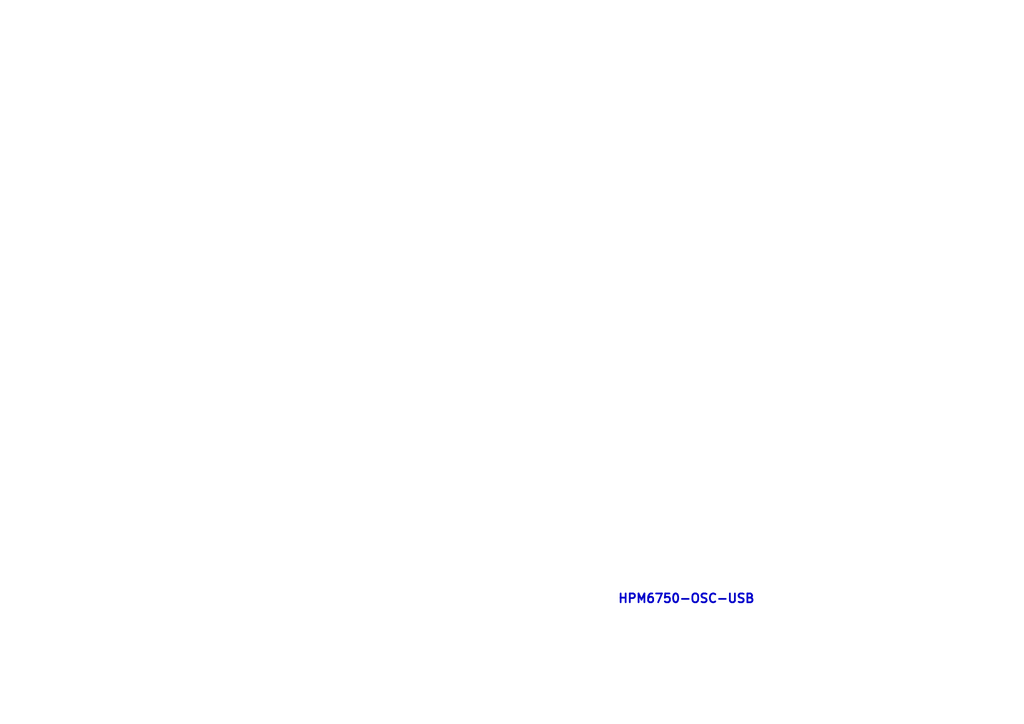
<source format=kicad_sch>
(kicad_sch (version 20230121) (generator eeschema)
  (paper "A4")
  (title_block (title "HPM6750 ADC EVK") (date "2023-5-25") (rev "A"))
  (lib_symbols)
  (text "HPM6750-OSC-USB" (at 179.07 175.26 0) (effects (font (size 2.54 2.54) (thickness 0.508) bold) (justify left bottom)))
)
</source>
